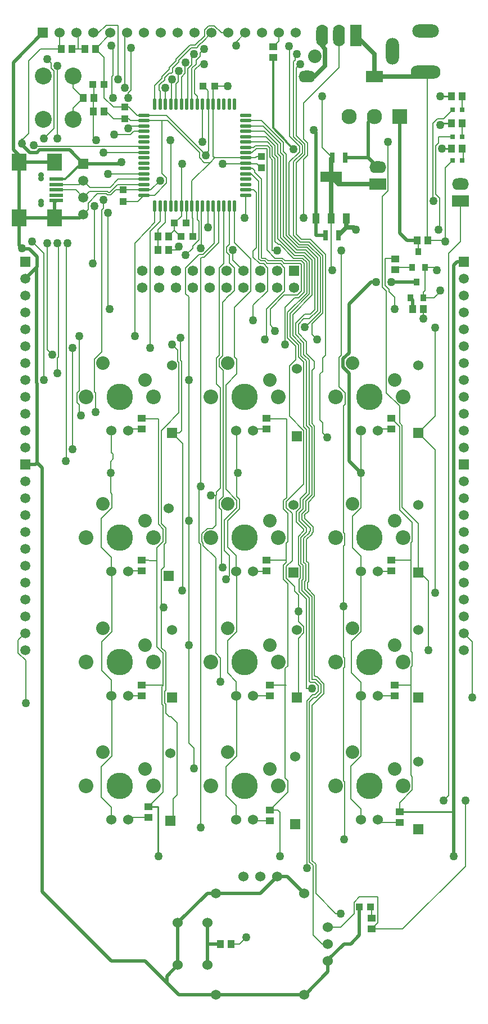
<source format=gtl>
%FSLAX25Y25*%
%MOIN*%
G70*
G01*
G75*
G04 Layer_Physical_Order=1*
G04 Layer_Color=255*
%ADD10R,0.03543X0.04331*%
%ADD11R,0.03900X0.05900*%
%ADD12R,0.12900X0.05900*%
%ADD13R,0.03937X0.05118*%
%ADD14R,0.03900X0.04300*%
%ADD15R,0.03150X0.03150*%
%ADD16R,0.08661X0.09843*%
%ADD17R,0.07874X0.01969*%
%ADD18O,0.02165X0.06890*%
%ADD19O,0.06890X0.02165*%
%ADD20R,0.03150X0.06299*%
%ADD21R,0.04300X0.03900*%
%ADD22R,0.05118X0.03937*%
%ADD23C,0.00800*%
%ADD24C,0.02000*%
%ADD25C,0.02500*%
%ADD26C,0.01000*%
%ADD27C,0.01200*%
%ADD28C,0.10000*%
%ADD29C,0.09055*%
%ADD30R,0.09055X0.09055*%
%ADD31O,0.17716X0.07874*%
%ADD32O,0.15748X0.07874*%
%ADD33O,0.07874X0.15748*%
%ADD34C,0.05906*%
%ADD35C,0.05906*%
%ADD36C,0.06000*%
%ADD37O,0.07000X0.13000*%
%ADD38C,0.08000*%
%ADD39R,0.07000X0.13000*%
%ADD40C,0.06200*%
%ADD41R,0.06200X0.06200*%
%ADD42R,0.05906X0.05906*%
%ADD43R,0.06000X0.06000*%
%ADD44C,0.03543*%
%ADD45R,0.10000X0.07000*%
%ADD46O,0.10000X0.07000*%
%ADD47C,0.08700*%
%ADD48C,0.15700*%
%ADD49R,0.10000X0.07000*%
%ADD50C,0.05000*%
D10*
X443500Y548500D02*
D03*
X450980D02*
D03*
X447240Y557791D02*
D03*
X444500Y566500D02*
D03*
X451980D02*
D03*
X448240Y575791D02*
D03*
D11*
X387500Y595500D02*
D03*
X405500D02*
D03*
X396500D02*
D03*
D12*
Y620300D02*
D03*
D13*
X330850Y166000D02*
D03*
X337150D02*
D03*
X293850Y577000D02*
D03*
X300150D02*
D03*
X447350Y582500D02*
D03*
X453650D02*
D03*
X300150Y585000D02*
D03*
X293850D02*
D03*
X467850Y637000D02*
D03*
X474150D02*
D03*
X467850Y652000D02*
D03*
X474150D02*
D03*
X467850Y668000D02*
D03*
X474150D02*
D03*
X451150Y542000D02*
D03*
X444850D02*
D03*
X255350Y659000D02*
D03*
X261650D02*
D03*
X255650Y667000D02*
D03*
X249350D02*
D03*
X242650Y696000D02*
D03*
X236350D02*
D03*
X256650D02*
D03*
X250350D02*
D03*
D14*
X419800Y188000D02*
D03*
X413100D02*
D03*
X255200Y675000D02*
D03*
X261900D02*
D03*
X327300Y674000D02*
D03*
X320600D02*
D03*
X310300Y593000D02*
D03*
X303600D02*
D03*
X314300Y585000D02*
D03*
X307600D02*
D03*
D15*
X468555Y660000D02*
D03*
X474067D02*
D03*
X468555Y630000D02*
D03*
X474067D02*
D03*
X468555Y644000D02*
D03*
X474067D02*
D03*
D16*
X232374Y629035D02*
D03*
X211508D02*
D03*
X232374Y595965D02*
D03*
X211508D02*
D03*
D17*
X233358Y606201D02*
D03*
Y609350D02*
D03*
Y612500D02*
D03*
Y615650D02*
D03*
Y618799D02*
D03*
D18*
X339122Y602882D02*
D03*
X335972D02*
D03*
X332823D02*
D03*
X329673D02*
D03*
X326524D02*
D03*
X323374D02*
D03*
X320224D02*
D03*
X317075D02*
D03*
X313925D02*
D03*
X310776D02*
D03*
X307626D02*
D03*
X304476D02*
D03*
X301327D02*
D03*
X298177D02*
D03*
X295028D02*
D03*
X291878D02*
D03*
Y663118D02*
D03*
X295028D02*
D03*
X298177D02*
D03*
X301327D02*
D03*
X304476D02*
D03*
X307626D02*
D03*
X310776D02*
D03*
X313925D02*
D03*
X317075D02*
D03*
X320224D02*
D03*
X323374D02*
D03*
X326524D02*
D03*
X329673D02*
D03*
X332823D02*
D03*
X335972D02*
D03*
X339122D02*
D03*
D19*
X285382Y609378D02*
D03*
Y612528D02*
D03*
Y615677D02*
D03*
Y618827D02*
D03*
Y621976D02*
D03*
Y625126D02*
D03*
Y628276D02*
D03*
Y631425D02*
D03*
Y634575D02*
D03*
Y637724D02*
D03*
Y640874D02*
D03*
Y644024D02*
D03*
Y647173D02*
D03*
Y650323D02*
D03*
Y653472D02*
D03*
Y656622D02*
D03*
X345618D02*
D03*
Y653472D02*
D03*
Y650323D02*
D03*
Y647173D02*
D03*
Y644024D02*
D03*
Y640874D02*
D03*
Y637724D02*
D03*
Y634575D02*
D03*
Y631425D02*
D03*
Y628276D02*
D03*
Y625126D02*
D03*
Y621976D02*
D03*
Y618827D02*
D03*
Y615677D02*
D03*
Y612528D02*
D03*
Y609378D02*
D03*
D20*
X404937Y631500D02*
D03*
X397063D02*
D03*
X393063Y585500D02*
D03*
X400937D02*
D03*
D21*
X273000Y605700D02*
D03*
Y612400D02*
D03*
X274000Y654700D02*
D03*
Y661400D02*
D03*
X355000Y632300D02*
D03*
Y625600D02*
D03*
D22*
X434500Y571650D02*
D03*
Y565350D02*
D03*
X288000Y247150D02*
D03*
Y240850D02*
D03*
X360000Y245150D02*
D03*
Y238850D02*
D03*
X437000Y244150D02*
D03*
Y237850D02*
D03*
X284000Y319150D02*
D03*
Y312850D02*
D03*
X360000Y319150D02*
D03*
Y312850D02*
D03*
X284000Y393150D02*
D03*
Y386850D02*
D03*
X434000Y319150D02*
D03*
Y312850D02*
D03*
X358000Y393150D02*
D03*
Y386850D02*
D03*
X432000Y393150D02*
D03*
Y386850D02*
D03*
X284000Y477150D02*
D03*
Y470850D02*
D03*
X358000Y477150D02*
D03*
Y470850D02*
D03*
X432000Y477150D02*
D03*
Y470850D02*
D03*
X362000Y697150D02*
D03*
Y690850D02*
D03*
X420500Y181150D02*
D03*
Y174850D02*
D03*
D23*
X408000Y271146D02*
X414200Y277346D01*
X408000Y252000D02*
Y271146D01*
Y252000D02*
X414000Y246000D01*
Y239500D02*
Y246000D01*
X260500Y344896D02*
X266450Y350846D01*
X260500Y328000D02*
Y344896D01*
Y328000D02*
X266250Y322250D01*
Y313000D02*
Y322250D01*
X335000Y345396D02*
X340450Y350846D01*
X335000Y326500D02*
Y345396D01*
Y326500D02*
X340250Y321250D01*
Y313000D02*
Y321250D01*
X408500Y345146D02*
X414200Y350846D01*
X408500Y326500D02*
Y345146D01*
Y326500D02*
X414000Y321000D01*
Y313000D02*
Y321000D01*
X409000Y419146D02*
X414200Y424346D01*
X409000Y400500D02*
Y419146D01*
Y400500D02*
X414000Y395500D01*
Y386500D02*
Y395500D01*
X335000Y416633D02*
X342050Y423683D01*
X335000Y401000D02*
Y416633D01*
Y401000D02*
X340250Y395750D01*
X333100Y416996D02*
X340450Y424346D01*
X333100Y398900D02*
Y416996D01*
Y398900D02*
X336050Y395950D01*
X330050Y424346D02*
X331500Y422896D01*
Y390300D02*
Y422896D01*
Y390300D02*
X332400Y389400D01*
X320600Y402000D02*
Y403301D01*
X319700Y404201D02*
X320600Y403301D01*
X319700Y404201D02*
Y408799D01*
X320600Y402000D02*
X328100Y394500D01*
X328000Y338099D02*
Y394500D01*
X328100D01*
X328000Y338099D02*
X330800Y335299D01*
X328000Y414000D02*
Y431500D01*
X328450Y431950D01*
Y433450D01*
X330800Y435800D01*
X326050Y412050D02*
X328000Y414000D01*
X318100Y436100D02*
X319000Y437000D01*
X318100Y403538D02*
X319000Y402638D01*
X318100Y403538D02*
Y436100D01*
X319700Y408799D02*
X322951Y412050D01*
X326050D01*
X319000Y235000D02*
Y402638D01*
X336050Y384050D02*
Y395950D01*
X340250Y386500D02*
Y395750D01*
X260000Y417896D02*
X266450Y424346D01*
X260000Y401000D02*
Y417896D01*
Y401000D02*
X266250Y394750D01*
Y386500D02*
Y394750D01*
X334000Y497000D02*
X340450Y503450D01*
X334000Y435104D02*
Y497000D01*
Y435104D02*
X340450Y428654D01*
X330800Y435800D02*
Y495200D01*
X328450Y497550D02*
X330800Y495200D01*
X328450Y497550D02*
Y512817D01*
X340450Y503450D02*
Y512154D01*
X334000Y270896D02*
X340450Y277346D01*
X334000Y254000D02*
Y270896D01*
Y254000D02*
X340250Y247750D01*
Y239500D02*
Y247750D01*
X266250Y239500D02*
Y246750D01*
X260000Y253000D02*
X266250Y246750D01*
X260000Y253000D02*
Y270896D01*
X266450Y277346D01*
X420500Y174850D02*
X424259Y178609D01*
Y183615D01*
X424050Y183824D02*
X424259Y183615D01*
X424050Y183824D02*
Y193950D01*
X413253D02*
X424050D01*
X409950Y190647D02*
X413253Y193950D01*
X409950Y183950D02*
Y190647D01*
X402000Y176000D02*
X409950Y183950D01*
X394500Y176000D02*
X402000D01*
X265700Y445000D02*
Y451667D01*
Y433067D02*
Y445000D01*
X310200Y573800D02*
X314300Y577900D01*
X255350Y643650D02*
Y659000D01*
X301327Y602882D02*
Y641673D01*
X334300Y575467D02*
Y578533D01*
X332700Y574805D02*
Y602759D01*
X334300Y575467D02*
X335972Y573795D01*
X334300Y578533D02*
X335972Y580205D01*
X332700Y574805D02*
X332823Y574682D01*
X332700Y602759D02*
X332823Y602882D01*
X335972Y580205D02*
Y602882D01*
Y569109D02*
Y573795D01*
X332823Y568904D02*
Y574682D01*
X329673Y581178D02*
Y602882D01*
X321195Y572700D02*
X329673Y581178D01*
X327074Y580841D02*
Y602331D01*
X320533Y574300D02*
X327074Y580841D01*
X339122Y581110D02*
Y602882D01*
Y581110D02*
X348800Y571433D01*
X338000Y571000D02*
Y577000D01*
Y571000D02*
X344500Y564500D01*
X348800Y552719D02*
Y571433D01*
X335972Y569109D02*
X339000Y566081D01*
X319600Y578600D02*
Y602257D01*
X318000Y582903D02*
Y594000D01*
X314300Y579203D02*
X318000Y582903D01*
X314300Y577900D02*
Y579203D01*
X319000Y578000D02*
X319600Y578600D01*
X319700Y572700D02*
X321195D01*
X319000Y572000D02*
X319700Y572700D01*
X318219Y574300D02*
X320533D01*
X310200Y566281D02*
X318219Y574300D01*
X319600Y602257D02*
X320224Y602882D01*
X317075Y594925D02*
Y602882D01*
Y594925D02*
X318000Y594000D01*
X345618Y595618D02*
Y609378D01*
X401000Y685000D02*
Y704000D01*
X380000Y664000D02*
X401000Y685000D01*
X375800Y586272D02*
X378872Y583200D01*
X375800Y684800D02*
X378000Y687000D01*
X374200Y585609D02*
X378209Y581600D01*
X374200Y688433D02*
X375000Y689233D01*
X345236Y596000D02*
X345618Y595618D01*
X264000Y543000D02*
X265000Y542000D01*
X264000Y543000D02*
Y599000D01*
X266000Y698000D02*
X267000Y697000D01*
X266300Y667700D02*
Y679533D01*
Y667700D02*
X267000Y667000D01*
Y680233D02*
Y697000D01*
X266300Y679533D02*
X267000Y680233D01*
X267700Y645300D02*
X277533D01*
X279406Y647173D01*
X285382D01*
X340000Y699900D02*
X345500Y705400D01*
X340000Y698000D02*
Y699900D01*
X277700Y671467D02*
Y696700D01*
X276000Y669767D02*
X277700Y671467D01*
X276000Y667000D02*
Y669767D01*
X307626Y663118D02*
Y679393D01*
X294300Y671467D02*
X295028Y670740D01*
Y663118D02*
Y670740D01*
X277323Y650323D02*
X285382D01*
X382300Y376467D02*
X386600Y372167D01*
X369759Y585525D02*
X376884Y578400D01*
X387300Y195850D02*
Y213195D01*
X385200Y215295D02*
X387300Y213195D01*
X385200Y215295D02*
Y307200D01*
X392100Y314100D01*
X383600Y214633D02*
Y309337D01*
X382000Y211000D02*
Y310000D01*
X383600Y309337D02*
X386163Y311900D01*
X383600Y214633D02*
X385700Y212533D01*
X382000Y310000D02*
X385500Y313500D01*
X392100Y314100D02*
Y320058D01*
X388058Y324100D02*
X392100Y320058D01*
X387500Y324100D02*
X388058D01*
X386600Y325000D02*
X387500Y324100D01*
X386600Y325000D02*
Y372167D01*
X385000Y322500D02*
X387395D01*
X386733Y320900D02*
X388900Y318733D01*
X384100Y320900D02*
X386733D01*
X387395Y322500D02*
X390500Y319395D01*
X383400Y321600D02*
X384100Y320900D01*
X377000Y390697D02*
Y407388D01*
X378600Y391360D02*
Y406726D01*
X380200Y392022D02*
Y406063D01*
X373300Y392997D02*
Y420760D01*
X377500Y374479D02*
X381800Y370179D01*
X377500Y374479D02*
Y381803D01*
X378200Y382503D01*
X379100Y375142D02*
X383400Y370842D01*
X379100Y375142D02*
Y381140D01*
X379800Y381840D01*
X369800Y382503D02*
X374900Y377403D01*
X369800Y389497D02*
X373300Y392997D01*
X374900Y374816D02*
Y377403D01*
X380700Y375805D02*
X385000Y371505D01*
Y322500D02*
Y371505D01*
X380700Y375805D02*
Y380477D01*
X381400Y381177D01*
X383400Y321600D02*
Y370842D01*
X377000Y390697D02*
X378200Y389497D01*
X382300Y376467D02*
Y379815D01*
X383000Y380515D01*
X381800Y392685D02*
Y405400D01*
Y317200D02*
Y370179D01*
X383000Y380515D02*
Y391485D01*
X381800Y392685D02*
X383000Y391485D01*
X381400Y381177D02*
Y390823D01*
X380200Y392022D02*
X381400Y390823D01*
X379800Y381840D02*
Y390160D01*
X378600Y391360D02*
X379800Y390160D01*
X378200Y382503D02*
Y389497D01*
X369800Y382503D02*
Y389497D01*
X381800Y405400D02*
X385000Y408600D01*
Y409074D01*
X381800Y409926D02*
Y412179D01*
X377000Y407388D02*
X380200Y410588D01*
Y411516D01*
X378600Y406726D02*
X381800Y409926D01*
X380200Y406063D02*
X383400Y409263D01*
Y409737D01*
X385000Y409074D02*
X385690Y409764D01*
Y412815D01*
X380700Y417805D02*
X385690Y412815D01*
X383400Y409737D02*
X384090Y410427D01*
Y412152D01*
X375809Y415907D02*
Y421870D01*
X377409Y416570D02*
Y421207D01*
X379009Y417233D02*
Y420544D01*
Y417233D02*
X384090Y412152D01*
X377409Y416570D02*
X381800Y412179D01*
X375809Y415907D02*
X380200Y411516D01*
X380700Y417805D02*
Y419791D01*
X380609Y419881D02*
X380700Y419791D01*
X369800Y424260D02*
X373300Y420760D01*
X375809Y421870D02*
X378200Y424260D01*
X377409Y421207D02*
X379800Y423598D01*
X379009Y420544D02*
X381400Y422935D01*
X380609Y419881D02*
X383000Y422272D01*
Y427600D01*
X381400Y422935D02*
Y428263D01*
X379800Y423598D02*
Y428926D01*
X378200Y424260D02*
Y429588D01*
X369800Y424260D02*
Y427740D01*
X380200Y438140D01*
X370000Y430202D02*
Y477000D01*
X368200Y428402D02*
X370000Y430202D01*
X368200Y423598D02*
Y428402D01*
Y423598D02*
X370800Y420998D01*
Y404201D02*
Y420998D01*
X381400Y428263D02*
X385000Y431863D01*
X379800Y428926D02*
X383400Y432525D01*
X383000Y427600D02*
X386600Y431200D01*
X378200Y429588D02*
X381800Y433188D01*
Y470660D01*
X383400Y432525D02*
Y471322D01*
X385000Y431863D02*
Y471985D01*
X386600Y431200D02*
Y472648D01*
X380200Y438140D02*
Y469997D01*
X391400Y468600D02*
Y474636D01*
Y468600D02*
X394000Y466000D01*
X383400Y473585D02*
Y511828D01*
X381800Y472923D02*
Y511165D01*
X380200Y472260D02*
Y510502D01*
X371800Y478397D02*
X380200Y469997D01*
X371800Y478397D02*
Y508240D01*
X389800Y476236D02*
Y503412D01*
Y476236D02*
X391400Y474636D01*
X385000Y474248D02*
X386600Y472648D01*
X385000Y474248D02*
Y505400D01*
X383400Y473585D02*
X385000Y471985D01*
X381800Y472923D02*
X383400Y471322D01*
X380200Y472260D02*
X381800Y470660D01*
X385000Y505400D02*
X386600Y507000D01*
Y510891D01*
X389800Y503412D02*
X391400Y505012D01*
Y512879D01*
X368544Y568800D02*
X378097D01*
X371550Y585996D02*
X377546Y580000D01*
X366133Y580100D02*
X374233Y572000D01*
X379422D01*
X364800Y583695D02*
X374895Y573600D01*
X380085D01*
X366400Y584358D02*
X375558Y575200D01*
X380748D01*
X368000Y585021D02*
X376221Y576800D01*
X381411D01*
X376884Y578400D02*
X382073D01*
X377546Y580000D02*
X382736D01*
X378209Y581600D02*
X383399D01*
X369207Y570400D02*
X378760D01*
X365100Y580100D02*
X366133D01*
X363200Y582000D02*
X365100Y580100D01*
X345618Y653472D02*
X355104D01*
X386163Y311900D02*
X387395D01*
X390500Y315005D01*
Y319395D01*
X385500Y313500D02*
X386733D01*
X345618Y650323D02*
X355991D01*
X345618Y647173D02*
X356878D01*
X386733Y313500D02*
X388900Y315667D01*
Y318733D01*
X381800Y317200D02*
X385200D01*
X368200Y381840D02*
X370800Y379240D01*
Y330701D02*
Y379240D01*
X369800Y391760D02*
Y393000D01*
X368200Y390160D02*
X369800Y391760D01*
X368200Y381840D02*
Y390160D01*
X320000Y641000D02*
X320224Y641224D01*
Y663118D01*
X430000Y641000D02*
X430200Y640800D01*
Y612003D02*
Y640800D01*
X437000Y474412D02*
X438600Y472812D01*
Y424400D02*
Y472812D01*
Y424400D02*
X448000Y415000D01*
Y386000D02*
Y415000D01*
X454000Y340000D02*
Y381000D01*
X449000Y386000D02*
X454000Y381000D01*
X448000Y386000D02*
X449000D01*
X375000Y689233D02*
Y693000D01*
X315525Y669475D02*
Y683475D01*
X316350Y689118D02*
X318700Y691467D01*
X316350Y686855D02*
Y689118D01*
X319050Y687000D02*
X321000D01*
X315525Y683475D02*
X319050Y687000D01*
X318700Y691467D02*
Y693700D01*
X313925Y684430D02*
X316350Y686855D01*
X315525Y669475D02*
X317075Y667925D01*
Y663118D02*
Y667925D01*
X375000Y693000D02*
X376000D01*
X319137Y701300D02*
X321300Y703463D01*
X318805Y701300D02*
X319137D01*
X315805Y698300D02*
X318805Y701300D01*
X312805Y698300D02*
X315805D01*
X319800Y699700D02*
X325500Y705400D01*
X319467Y699700D02*
X319800D01*
X317300Y697533D02*
X319467Y699700D01*
X317300Y697200D02*
Y697533D01*
X316800Y696700D02*
X317300Y697200D01*
X318700Y693700D02*
X321000Y696000D01*
X313925Y663118D02*
Y684430D01*
X304400Y689895D02*
X312805Y698300D01*
X306000Y689233D02*
X313467Y696700D01*
X316800D01*
X311300Y684067D02*
X313700Y686467D01*
X311300Y663643D02*
Y684067D01*
X310776Y663118D02*
X311300Y663643D01*
X313700Y686467D02*
Y691700D01*
X315000Y693000D01*
X306000Y688233D02*
Y689233D01*
X304400Y688895D02*
Y689895D01*
X309700Y681467D02*
Y687700D01*
X307626Y679393D02*
X309700Y681467D01*
X302300Y684533D02*
X306000Y688233D01*
X302300Y682200D02*
Y684533D01*
X300400Y684895D02*
X304400Y688895D01*
X300400Y683895D02*
Y684895D01*
X296027Y679522D02*
X300400Y683895D01*
X296027Y678522D02*
Y679522D01*
X305700Y676467D02*
Y682700D01*
X304476Y675244D02*
X305700Y676467D01*
X304476Y663118D02*
Y675244D01*
X270000Y678000D02*
Y710000D01*
X309700Y687700D02*
X310000Y688000D01*
X301800Y681700D02*
X302300Y682200D01*
X305700Y682700D02*
X306000Y683000D01*
X284832Y638275D02*
X285382Y637724D01*
X256050Y493049D02*
Y512154D01*
Y493049D02*
X256800Y492299D01*
X245700Y486401D02*
X247000Y485101D01*
X245700Y486401D02*
Y492299D01*
X247000Y493599D01*
Y526000D01*
X280000D02*
Y581000D01*
X287400Y588400D01*
Y588663D01*
X291878Y593141D01*
Y602882D01*
X243000Y459000D02*
Y519000D01*
X239300Y461700D02*
Y580300D01*
X240000Y581000D01*
X289000Y588000D02*
X295028Y594028D01*
Y602882D01*
X303600Y593000D02*
X307626Y597026D01*
Y602882D01*
X330050Y424346D02*
Y428654D01*
X332400Y431004D01*
Y505496D01*
X330050Y507846D02*
X332400Y505496D01*
X330050Y512154D02*
X332000Y514104D01*
X330200Y514567D02*
Y566281D01*
X328450Y512817D02*
X330200Y514567D01*
X330050Y507846D02*
Y512154D01*
X332000Y514104D02*
Y546000D01*
X336200Y550200D01*
X336281D02*
X339000Y552919D01*
Y566081D01*
X339122Y543041D02*
X348800Y552719D01*
X339122Y513482D02*
Y543041D01*
X350200Y572618D02*
Y576281D01*
Y572618D02*
X354018Y568800D01*
X356281D01*
X358800Y552719D02*
Y566281D01*
X350200Y544119D02*
X358800Y552719D01*
X350200Y535200D02*
Y544119D01*
X353600Y571481D02*
X354681Y570400D01*
X356944D01*
X358544Y568800D02*
X366281D01*
X368800Y552719D02*
Y566281D01*
X358000Y541919D02*
X368800Y552719D01*
X356944Y570400D02*
X358544Y568800D01*
X358000Y525000D02*
Y541919D01*
X359207Y570400D02*
X366944D01*
X357607Y572000D02*
X359207Y570400D01*
X355200Y572144D02*
X355344Y572000D01*
X357607D01*
X360400Y542056D02*
X368544Y550200D01*
X366944Y570400D02*
X368544Y568800D01*
X360400Y532600D02*
Y542056D01*
X367607Y572000D02*
X369207Y570400D01*
X363081Y572000D02*
X367607D01*
X366281Y568800D02*
X368800Y566281D01*
X356281Y568800D02*
X358800Y566281D01*
X330800Y320200D02*
Y321200D01*
Y335299D01*
X330200Y566281D02*
X332823Y568904D01*
X312000Y500000D02*
Y549119D01*
Y416500D02*
Y500000D01*
Y343000D02*
Y416500D01*
X315000Y270000D02*
Y282000D01*
X312000Y285000D02*
X315000Y282000D01*
X305200Y254333D02*
Y296800D01*
X296800Y255950D02*
Y307240D01*
X312000Y285000D02*
Y343000D01*
X308300Y414967D02*
Y418533D01*
Y414967D02*
X308400Y414867D01*
Y375200D02*
Y414867D01*
Y418633D02*
Y462100D01*
X308300Y418533D02*
X308400Y418633D01*
X310200Y550919D02*
X312000Y549119D01*
X310200Y550919D02*
Y566281D01*
X326524Y602882D02*
X327074Y602331D01*
X323374Y590374D02*
Y602882D01*
X339122Y513482D02*
X340450Y512154D01*
Y430917D02*
X342050Y429317D01*
Y423683D02*
Y429317D01*
X340450Y424346D02*
Y428654D01*
X345618Y644024D02*
X357765D01*
X403800Y401501D02*
X404550Y402251D01*
Y408799D01*
X403800Y409549D02*
X404550Y408799D01*
X403800Y409549D02*
Y484501D01*
X404800Y485501D01*
Y492299D01*
X361600Y576400D02*
X364600D01*
X345618Y637724D02*
X350462D01*
X298400Y316097D02*
Y338762D01*
X297400Y402538D02*
X298400Y403538D01*
X295800Y469800D02*
X297800Y471800D01*
X306200Y480397D02*
Y510240D01*
X302000Y521000D02*
X305400Y517600D01*
X300500Y300500D02*
X301500D01*
X298400Y302600D02*
X300500Y300500D01*
X296200Y307840D02*
Y318400D01*
X296800Y319000D01*
X296200Y307840D02*
X296800Y307240D01*
X298400Y302600D02*
Y307903D01*
X297800Y308503D02*
X298400Y307903D01*
X297800Y308503D02*
Y315497D01*
X298400Y316097D01*
X295800Y387497D02*
X297400Y389097D01*
Y402538D01*
X296800Y404201D02*
Y411599D01*
X294000Y414399D02*
X296800Y411599D01*
X294000Y414399D02*
Y477000D01*
X295800Y414862D02*
X298400Y412262D01*
X295800Y414862D02*
Y469800D01*
X298400Y403538D02*
Y412262D01*
X297800Y471800D02*
Y471997D01*
X306200Y480397D01*
X306500Y468500D02*
X307800Y469800D01*
X302000Y468500D02*
X306500D01*
X307800Y469800D02*
Y510902D01*
X307000Y511702D02*
Y525000D01*
Y511702D02*
X307800Y510902D01*
X305400Y511040D02*
X306200Y510240D01*
X305400Y511040D02*
Y517600D01*
X360400Y532600D02*
X363000Y529000D01*
X448000Y468500D02*
X458000Y478500D01*
Y531000D01*
X351000Y623000D02*
Y624000D01*
X349874Y625126D02*
X351000Y624000D01*
X345618Y625126D02*
X349874D01*
X302000Y468500D02*
X308400Y462100D01*
X345618Y621976D02*
X349024D01*
X345618Y612528D02*
X350472D01*
X345618Y628276D02*
X345894Y628000D01*
X352600D01*
X355000Y625600D01*
X320600Y674000D02*
X323374Y671226D01*
Y663118D02*
Y671226D01*
X263000Y710000D02*
X270000D01*
X258400Y705400D02*
X263000Y710000D01*
X255500Y705400D02*
X258400D01*
X256650Y696000D02*
X265500Y704850D01*
Y705400D01*
X298000Y663295D02*
Y673000D01*
X301700Y663491D02*
Y677700D01*
X291878Y674373D02*
X296027Y678522D01*
X296467Y676700D02*
X296800D01*
X294300Y674533D02*
X296467Y676700D01*
X294300Y671467D02*
Y674533D01*
X291878Y663118D02*
Y674373D01*
X300467Y681700D02*
X301800D01*
X297627Y678859D02*
X300467Y681700D01*
X297627Y677527D02*
Y678859D01*
X296800Y676700D02*
X297627Y677527D01*
X301700Y677700D02*
X302000Y678000D01*
X301327Y663118D02*
X301700Y663491D01*
X298000Y663295D02*
X298177Y663118D01*
X274000Y673000D02*
Y703900D01*
X275500Y705400D01*
X233358Y615650D02*
X247150D01*
X249500Y618000D01*
X233358Y612500D02*
X245000D01*
X249500Y608000D01*
X313925Y602882D02*
X314000Y602807D01*
Y596000D02*
Y602807D01*
Y596000D02*
X314300Y595700D01*
Y585000D02*
Y595700D01*
X266250Y456983D02*
Y470000D01*
X265700Y451667D02*
X267100Y453067D01*
X266450Y424346D02*
Y432317D01*
X265700Y433067D02*
X266450Y432317D01*
X266250Y456983D02*
X267100Y456133D01*
Y453067D02*
Y456133D01*
X266250Y386500D02*
X266450Y386300D01*
Y350846D02*
Y386300D01*
X266250Y313000D02*
X266450Y312800D01*
Y277346D02*
Y312800D01*
X340250Y386500D02*
X340450Y386300D01*
X340250Y313000D02*
X340450Y312800D01*
Y277346D02*
Y312800D01*
X414200Y469950D02*
X414250Y470000D01*
X414000Y386500D02*
X414200Y386300D01*
Y350846D02*
Y386300D01*
X414000Y313000D02*
X414200Y312800D01*
Y277346D02*
Y312800D01*
X301000Y239000D02*
X302850Y240850D01*
Y251983D02*
X305200Y254333D01*
X302850Y240850D02*
Y251983D01*
X301500Y300500D02*
X305200Y296800D01*
X443800Y339300D02*
Y403451D01*
Y339300D02*
X444550Y338550D01*
X443800Y403451D02*
X444550Y404201D01*
X369200Y329101D02*
X370800Y330701D01*
X369200Y264199D02*
X370800Y262599D01*
X369200Y264199D02*
Y329101D01*
X444550Y257201D02*
Y265050D01*
X360000Y319150D02*
X369850D01*
X369800Y393000D02*
Y403201D01*
X369650Y393150D02*
X369800Y393000D01*
X358000Y393150D02*
X369650D01*
X284000D02*
X293000Y393000D01*
X296800Y319000D02*
Y338099D01*
X296650Y319150D02*
X296800Y319000D01*
X284000Y319150D02*
X296650D01*
X284000Y477150D02*
X284150Y477000D01*
X294000D01*
X288000Y247150D02*
X296800Y255950D01*
X358000Y477150D02*
X358150Y477000D01*
X370000D01*
X369800Y403201D02*
X370800Y404201D01*
Y255950D02*
Y262599D01*
X360000Y245150D02*
X370800Y255950D01*
X432000Y393150D02*
X443650D01*
X443800Y319000D02*
Y329951D01*
Y265800D02*
Y319000D01*
X443650Y319150D02*
X443800Y319000D01*
X434000Y319150D02*
X443650D01*
X432000Y477150D02*
X437000Y472150D01*
Y423054D02*
X444550Y415504D01*
Y404201D02*
Y415504D01*
X437000Y423054D02*
Y472150D01*
X444550Y330701D02*
Y338550D01*
X443800Y329951D02*
X444550Y330701D01*
X443800Y265800D02*
X444550Y265050D01*
X437000Y249651D02*
X444550Y257201D01*
X437000Y244150D02*
Y249651D01*
X243400Y661050D02*
X249350Y667000D01*
X243400Y654200D02*
Y661050D01*
Y672950D02*
Y679800D01*
Y672950D02*
X249350Y667000D01*
X267300Y654700D02*
X276300D01*
X277528Y653472D02*
X285382D01*
X276300Y654700D02*
X277528Y653472D01*
X263000Y659000D02*
X267300Y654700D01*
X261650Y659000D02*
X263000D01*
X255200Y675000D02*
X255650Y674550D01*
Y667000D02*
Y674550D01*
X255350Y666701D02*
X255650Y667000D01*
X255350Y659000D02*
Y666701D01*
X273000Y612400D02*
X285254D01*
X285382Y612528D01*
X273000Y605700D02*
X281704D01*
X285382Y609378D01*
X326524Y673224D02*
X327300Y674000D01*
X326524Y663118D02*
Y673224D01*
X331440Y705400D02*
X335500D01*
X327240Y709600D02*
X331440Y705400D01*
X323760Y709600D02*
X327240D01*
X321300Y707140D02*
X323760Y709600D01*
X321300Y703463D02*
Y707140D01*
X365500Y700650D02*
Y705400D01*
X245500D02*
X246500Y704400D01*
Y696000D02*
Y704400D01*
Y696000D02*
X250350D01*
X242650D02*
X246500D01*
X235500Y696850D02*
X236350Y696000D01*
X235500Y696850D02*
Y705400D01*
X303600Y588450D02*
X307050Y585000D01*
X307600D01*
X303600Y588450D02*
Y593000D01*
X300150Y585000D02*
X303600Y588450D01*
X293850Y585000D02*
Y588850D01*
X298177Y593177D01*
Y602882D01*
X310776Y593476D02*
Y602882D01*
X310300Y593000D02*
X310776Y593476D01*
X293850Y585000D02*
X293850Y585000D01*
Y577000D02*
Y585000D01*
X276250Y470000D02*
X277100Y470850D01*
X284000D01*
X350250Y470000D02*
X351100Y470850D01*
X358000D01*
X424250Y470000D02*
X425100Y470850D01*
X432000D01*
X424000Y313000D02*
X424150Y312850D01*
X434000D01*
X350250Y313000D02*
X350400Y312850D01*
X360000D01*
X283850Y313000D02*
X284000Y312850D01*
X276250Y313000D02*
X283850D01*
X419800Y188000D02*
X420500Y187300D01*
Y181150D02*
Y187300D01*
X424000Y239500D02*
X425650Y237850D01*
X437000D01*
X350250Y239500D02*
X350900Y238850D01*
X360000D01*
X276250Y239500D02*
X277600Y240850D01*
X288000D01*
X276250Y386500D02*
X276600Y386850D01*
X284000D01*
X357650Y386500D02*
X358000Y386850D01*
X350250Y386500D02*
X357650D01*
X431650D02*
X432000Y386850D01*
X424000Y386500D02*
X431650D01*
X442650Y549350D02*
X443500Y548500D01*
X434500Y565350D02*
X435650Y566500D01*
X447350Y582500D02*
X448240Y581610D01*
Y575791D02*
Y581610D01*
X474150Y637000D02*
X474933Y636216D01*
Y630000D02*
Y636216D01*
X474150Y660783D02*
X474933Y660000D01*
X474150Y644783D02*
X474933Y644000D01*
X474150Y644783D02*
Y652000D01*
Y660783D02*
Y668000D01*
X475000Y350000D02*
X480000Y345000D01*
Y312000D02*
Y345000D01*
X210847Y338280D02*
X215400Y333727D01*
X210847Y345847D02*
X215000Y350000D01*
X215400Y308600D02*
Y333727D01*
X210847Y338280D02*
Y345847D01*
X340450Y350846D02*
Y386300D01*
X295800Y341362D02*
Y387497D01*
Y341362D02*
X298400Y338762D01*
X334000Y382000D02*
X336050Y384050D01*
X362000Y529699D02*
X363000Y529000D01*
X357000Y524000D02*
X358000Y525000D01*
X362000Y529699D02*
X362699Y529000D01*
X363000D01*
X376000Y312000D02*
X377000Y313000D01*
X374900Y374816D02*
X377000Y372716D01*
X380200Y350260D02*
Y353740D01*
X377000Y356940D02*
Y372716D01*
Y313000D02*
Y347060D01*
X380200Y350260D01*
X377000Y356940D02*
X380200Y353740D01*
X403800Y366000D02*
Y401501D01*
X404100Y228000D02*
X404550Y227550D01*
X448000Y468500D02*
X458000Y458500D01*
Y374000D02*
Y458500D01*
X325000Y431700D02*
X328150D01*
X319000Y437000D02*
Y572000D01*
X247000Y478000D02*
Y485101D01*
Y478000D02*
X248000Y479000D01*
X256800Y481000D02*
Y492299D01*
X228000Y518000D02*
X231000Y515000D01*
X234000Y512767D02*
X234700Y513467D01*
Y580300D01*
X234000Y504000D02*
Y512767D01*
X380962Y531299D02*
X390000Y540337D01*
X376281Y550200D02*
X378800Y552719D01*
X368544Y550200D02*
X376281D01*
X374681Y548600D02*
X376944D01*
X380400Y552056D01*
X381800Y515691D02*
X386600Y510891D01*
X380200Y515028D02*
X383400Y511828D01*
X385000Y527000D02*
Y533075D01*
X391600Y539675D01*
X383485Y536085D02*
X388400Y541000D01*
X384106Y538969D02*
X386800Y541663D01*
X376969Y532832D02*
X380222Y536085D01*
X383485D01*
X375369Y533495D02*
X380843Y538969D01*
X384106D01*
X373769Y538637D02*
X385200Y550068D01*
X372169Y539299D02*
X383600Y550731D01*
X370569Y539962D02*
X382000Y551393D01*
X368969Y542887D02*
X374681Y548600D01*
X451150Y536150D02*
Y542000D01*
X437000Y474412D02*
Y484401D01*
X401250Y513314D02*
X402600Y514664D01*
X401250Y495849D02*
Y513314D01*
Y495849D02*
X404800Y492299D01*
X340450Y430917D02*
Y469800D01*
X414200Y424346D02*
Y469950D01*
X215000Y460000D02*
X216700Y461700D01*
X391400Y512879D02*
X393200Y514679D01*
X385000Y527000D02*
X388000Y524000D01*
X376969Y527536D02*
Y532832D01*
X371800Y508240D02*
X375400Y511840D01*
X377000Y513702D02*
X380200Y510502D01*
X378600Y514365D02*
X381800Y511165D01*
X375369Y526873D02*
Y533495D01*
X368969Y521031D02*
Y542887D01*
Y521031D02*
X369000Y521000D01*
X370569Y524885D02*
Y539962D01*
X372169Y525548D02*
Y539299D01*
X373769Y526211D02*
Y538637D01*
X381800Y515691D02*
Y522705D01*
X370569Y524885D02*
X375400Y520054D01*
Y511840D02*
Y520054D01*
X372169Y525548D02*
X377000Y520716D01*
Y513702D02*
Y520716D01*
X373769Y526211D02*
X378600Y521379D01*
Y514365D02*
Y521379D01*
X375369Y526873D02*
X380200Y522042D01*
Y515028D02*
Y522042D01*
X376969Y527536D02*
X381800Y522705D01*
X429050Y492351D02*
X437000Y484401D01*
X434000Y542000D02*
Y549000D01*
X430650Y552350D02*
X434000Y549000D01*
X429050Y492351D02*
Y552491D01*
X430650Y552350D02*
Y553455D01*
X428300Y555805D02*
X430650Y553455D01*
X426700Y554841D02*
X429050Y552491D01*
X428300Y572000D02*
X434150D01*
X434500Y571650D01*
X428300Y555805D02*
Y572000D01*
X453650Y582500D02*
X463500D01*
X362000Y697150D02*
X365500Y700650D01*
X435650Y566500D02*
X444500D01*
X426700Y608503D02*
X430200Y612003D01*
X426700Y554841D02*
Y608503D01*
X360000Y245150D02*
X364850D01*
X366000Y244000D01*
Y218000D02*
Y244000D01*
X224000Y696000D02*
X236350D01*
X217000Y689000D02*
X224000Y696000D01*
X217000Y646000D02*
Y689000D01*
X371550Y697370D02*
X371736Y697184D01*
X355104Y653472D02*
X367950Y640626D01*
X380000Y642585D02*
Y664000D01*
X375800Y644523D02*
Y684800D01*
X374200Y643860D02*
Y688433D01*
X371736Y644061D02*
Y697184D01*
X345618Y634575D02*
X349575D01*
X350462Y637724D02*
X351337Y638600D01*
X345618Y631425D02*
X351425D01*
X349575Y634575D02*
X352000Y637000D01*
X350200Y576281D02*
X352000Y578081D01*
Y611000D01*
X350472Y612528D02*
X352000Y611000D01*
X349024Y621976D02*
X353600Y617400D01*
Y571481D02*
Y617400D01*
X351000Y623000D02*
X355200Y618800D01*
Y572144D02*
Y618800D01*
X351425Y631425D02*
X352300Y632300D01*
X355000D01*
X351337Y638600D02*
X358663D01*
X345618Y640874D02*
X358651D01*
X355991Y650323D02*
X366350Y639963D01*
X358350Y576731D02*
X363081Y572000D01*
X352000Y637000D02*
X358000D01*
X358350Y636650D01*
Y576731D02*
Y636650D01*
X358663Y638600D02*
X359950Y637312D01*
Y631941D02*
Y637312D01*
Y631941D02*
X361600Y630291D01*
Y576400D02*
Y630291D01*
X363200Y582000D02*
Y630954D01*
X361550Y632604D02*
X363200Y630954D01*
X361550Y632604D02*
Y637975D01*
X358651Y640874D02*
X361550Y637975D01*
X364800Y583695D02*
Y631617D01*
X363150Y633266D02*
X364800Y631617D01*
X363150Y633266D02*
Y638638D01*
X357765Y644024D02*
X363150Y638638D01*
X366400Y584358D02*
Y632279D01*
X364750Y633929D02*
X366400Y632279D01*
X364750Y633929D02*
Y639301D01*
X356878Y647173D02*
X364750Y639301D01*
X368000Y585021D02*
Y632942D01*
X366350Y634592D02*
X368000Y632942D01*
X366350Y634592D02*
Y639963D01*
X369759Y585525D02*
Y633446D01*
X367950Y635254D02*
X369759Y633446D01*
X367950Y635254D02*
Y640626D01*
X380000Y642585D02*
X382500Y640085D01*
X375800Y644523D02*
X380900Y639423D01*
X374200Y643860D02*
X379300Y638760D01*
X371736Y644061D02*
X377700Y638097D01*
X371550Y585996D02*
Y628882D01*
X382500Y633044D02*
Y640085D01*
X380900Y633707D02*
Y639423D01*
X379300Y634369D02*
Y638760D01*
X377700Y635032D02*
Y638097D01*
X380000Y596000D02*
Y630544D01*
X382500Y633044D01*
X375800Y586272D02*
Y628607D01*
X380900Y633707D01*
X374200Y585609D02*
Y629269D01*
X379300Y634369D01*
X371550Y628882D02*
X377700Y635032D01*
X219826Y638275D02*
X284832D01*
X261425Y634575D02*
X285382D01*
X213000Y642000D02*
X217000Y646000D01*
X464000Y625445D02*
X468555Y630000D01*
X464000Y582000D02*
Y625445D01*
X460000Y644000D02*
X468555D01*
X460000Y589000D02*
X460700Y589700D01*
Y607533D01*
X396500Y565500D02*
X397000Y565000D01*
X378872Y583200D02*
X384062D01*
X402600Y514664D02*
Y576400D01*
X379422Y572000D02*
X382000Y569422D01*
X378760Y570400D02*
X380400Y568760D01*
X378097Y568800D02*
X378800Y568097D01*
X396500Y565500D02*
Y595500D01*
X393200Y514679D02*
Y574062D01*
X384062Y583200D02*
X393200Y574062D01*
X391600Y539675D02*
Y573399D01*
X383399Y581600D02*
X391600Y573399D01*
X390000Y540337D02*
Y572736D01*
X382736Y580000D02*
X390000Y572736D01*
X388400Y541000D02*
Y572074D01*
X382073Y578400D02*
X388400Y572074D01*
X386800Y541663D02*
Y571411D01*
X381411Y576800D02*
X386800Y571411D01*
X385200Y550068D02*
Y570748D01*
X380748Y575200D02*
X385200Y570748D01*
X383600Y550731D02*
Y570085D01*
X380085Y573600D02*
X383600Y570085D01*
X382000Y551393D02*
Y569422D01*
X380400Y552056D02*
Y568760D01*
X378800Y552719D02*
Y568097D01*
X313925Y602882D02*
Y617925D01*
X326524Y632327D02*
Y663118D01*
Y632327D02*
X327425Y631425D01*
X313925Y617925D02*
X324634Y628634D01*
X327425Y631425D01*
X285382Y653472D02*
X296000D01*
X299528D01*
X466000Y575000D02*
X473000Y582000D01*
X466000Y254000D02*
Y575000D01*
X463000Y251000D02*
X466000Y254000D01*
X473000Y582000D02*
Y606000D01*
X476000Y212000D02*
Y251000D01*
X438850Y174850D02*
X476000Y212000D01*
X420500Y174850D02*
X438850D01*
X327300Y674000D02*
X335000D01*
X391000Y637563D02*
Y668000D01*
Y637563D02*
X397063Y631500D01*
X228000Y518000D02*
Y581000D01*
X226000Y502000D02*
Y575000D01*
X219000Y582000D02*
X226000Y575000D01*
X234000Y581000D02*
X234700Y580300D01*
X232000Y649000D02*
Y682767D01*
X230300Y684467D02*
X232000Y682767D01*
X230300Y684467D02*
Y687700D01*
X228000Y690000D02*
X230300Y687700D01*
X234000Y643000D02*
Y686000D01*
X255350Y643650D02*
X257000Y642000D01*
X220000Y638449D02*
Y639000D01*
X219826Y638275D02*
X220000Y638449D01*
X453300Y582850D02*
X453650Y582500D01*
X453300Y582850D02*
Y681263D01*
X452500Y682063D02*
X453300Y681263D01*
X300150Y577000D02*
X306000D01*
X289000Y519000D02*
Y588000D01*
X451980Y566500D02*
X457500D01*
X459000Y565000D01*
X450980Y548500D02*
Y551980D01*
X451980Y552980D01*
Y566500D01*
X450980Y548500D02*
X457500D01*
X461000Y553000D02*
X462000D01*
X457500Y548500D02*
X462000Y553000D01*
X323374Y663118D02*
X323700Y662792D01*
X285382Y656622D02*
X298641D01*
X285382Y612528D02*
X289528D01*
X295000Y618000D01*
X298700Y616467D02*
Y619533D01*
X291611Y609378D02*
X298700Y616467D01*
X296000Y622233D02*
Y653472D01*
Y622233D02*
X298700Y619533D01*
X285382Y609378D02*
X291611D01*
X307626Y602882D02*
Y627626D01*
X308000Y628000D01*
X299528Y653472D02*
X318300Y634700D01*
Y631467D02*
Y634700D01*
Y631467D02*
X321133Y628634D01*
X324634D01*
X327425Y631425D02*
X327700Y631700D01*
X345343D02*
X345618Y631425D01*
X327700Y631700D02*
X345343D01*
X332000Y628000D02*
X345342D01*
X345618Y628276D01*
X321631Y633631D02*
X323700Y635700D01*
Y662792D01*
X298641Y656622D02*
X321631Y633631D01*
X281378Y656622D02*
X285382D01*
X276600Y661400D02*
X281378Y656622D01*
X274000Y661400D02*
X276600D01*
X267367D02*
X274000D01*
X261900Y666867D02*
X267367Y661400D01*
X256650Y696000D02*
X261900Y690750D01*
Y666867D02*
Y675000D01*
Y690750D01*
X256050Y512154D02*
X260300Y516404D01*
X255000Y569000D02*
X256000Y570000D01*
Y603000D01*
X260300Y516404D02*
Y600533D01*
X261425Y601658D01*
X269677Y615677D02*
X285382D01*
X264024Y621976D02*
X285382D01*
X270173Y618827D02*
X285382D01*
X249500Y598000D02*
X252300Y600800D01*
Y604533D01*
X257893Y610125D01*
X249500Y618000D02*
X253500Y614000D01*
X249500Y608000D02*
X253225Y611725D01*
X268663Y612400D02*
X273000D01*
X265663Y609400D02*
X268663Y612400D01*
X263683Y609400D02*
X265663D01*
X264346Y611000D02*
X265000D01*
X269677Y615677D01*
X262958Y610125D02*
X263683Y609400D01*
X257893Y610125D02*
X262958D01*
X261425Y601658D02*
Y606425D01*
X265347Y614000D02*
X270173Y618827D01*
X253225Y611725D02*
X263620D01*
X264346Y611000D01*
X253500Y614000D02*
X265347D01*
X226000Y643000D02*
X232000Y649000D01*
X226000Y500000D02*
Y502000D01*
X239300Y452300D02*
Y461700D01*
X239000Y452000D02*
X239300Y452300D01*
X458300Y638533D02*
X460000Y640233D01*
Y644000D01*
X456700Y606300D02*
X457000Y606000D01*
X458300Y609933D02*
Y638533D01*
Y609933D02*
X460700Y607533D01*
X463255Y654700D02*
X468555Y660000D01*
X459467Y654700D02*
X463255D01*
X456700Y651933D02*
X459467Y654700D01*
X456700Y606300D02*
Y651933D01*
X385700Y193700D02*
Y194000D01*
Y212533D01*
Y171300D02*
Y194000D01*
Y171300D02*
X391000Y166000D01*
X394500D01*
X403800Y329201D02*
X404550Y329951D01*
Y335299D01*
X403800Y336049D02*
X404550Y335299D01*
X403800Y336049D02*
Y366000D01*
X404550Y227550D02*
Y261799D01*
X403800Y262549D02*
X404550Y261799D01*
X403800Y262549D02*
Y329201D01*
X387300Y195850D02*
X399150Y184000D01*
X402000D01*
X337150Y166000D02*
X342000D01*
X346000Y170000D01*
X293000Y341899D02*
X296800Y338099D01*
X293000Y341899D02*
Y400401D01*
X296800Y404201D01*
D24*
X413100Y171100D02*
Y188000D01*
X408000Y166000D02*
X413100Y171100D01*
X404000Y166000D02*
X408000D01*
X394500Y156500D02*
X404000Y166000D01*
X387500Y585500D02*
Y595500D01*
Y585500D02*
X393063D01*
X418500Y631500D02*
X424000Y626000D01*
X404937Y631500D02*
X418500D01*
X407000Y452000D02*
X414000Y445000D01*
X407000Y452000D02*
Y504048D01*
X403450Y507598D02*
Y512402D01*
Y507598D02*
X407000Y504048D01*
X403450Y512402D02*
X407000Y515952D01*
X444850Y542000D02*
Y547150D01*
X443500Y548500D02*
X444850Y547150D01*
X420000Y558000D02*
X423000D01*
X431209Y557791D02*
X447240D01*
X431209D02*
X431417Y558000D01*
X432000D01*
X293850Y218150D02*
X294000Y218000D01*
X469000Y568000D02*
X471000Y570000D01*
X475000D01*
X469000Y218000D02*
Y244000D01*
X271000Y628000D02*
X272000Y629000D01*
X407000Y515952D02*
Y545000D01*
X420000Y558000D01*
X469000Y244000D02*
Y568000D01*
X241425Y636075D02*
X249500Y628000D01*
X223576Y636075D02*
X241425D01*
X222201Y634700D02*
X223576Y636075D01*
X213000Y639341D02*
Y642000D01*
X437000Y587000D02*
Y656000D01*
Y587000D02*
X441500Y582500D01*
X447350D01*
X418500Y631500D02*
Y652500D01*
X422000Y656000D01*
X217641Y634700D02*
X222201D01*
X213000Y639341D02*
X217641Y634700D01*
X232374Y595965D02*
X247465D01*
X249500Y598000D01*
X232374Y595965D02*
Y605217D01*
X233358Y606201D01*
X211508Y595965D02*
X232374D01*
X211508D02*
Y629035D01*
X232374D01*
X222000Y567000D02*
Y573000D01*
X217300Y577700D02*
X222000Y573000D01*
X249500Y628000D02*
X271000D01*
X211508Y629035D02*
Y632792D01*
X208000Y687900D02*
X225500Y705400D01*
X208000Y636300D02*
X211508Y632792D01*
X208000Y636300D02*
Y687900D01*
X211508Y579492D02*
Y595965D01*
X213300Y577700D02*
X217300D01*
X221700Y498219D02*
X222000Y497919D01*
Y451000D02*
Y497919D01*
X221000Y450000D02*
X222000Y451000D01*
X215000Y450000D02*
X221000D01*
X215000Y560000D02*
X221700Y566700D01*
X222000Y567000D01*
X213000Y578000D02*
X213300Y577700D01*
X211508Y579492D02*
X213000Y578000D01*
X221700Y498219D02*
Y566700D01*
X222000Y451000D02*
X225000Y448000D01*
Y197000D02*
Y448000D01*
Y197000D02*
X266000Y156000D01*
X387500Y595500D02*
Y646500D01*
X386000Y648000D02*
X387500Y646500D01*
X266000Y156000D02*
X286000D01*
X381000Y136000D02*
X394500Y149500D01*
Y156500D01*
X286000Y156000D02*
X299000Y143000D01*
X306000Y136000D01*
X299000Y143000D02*
Y147000D01*
X305500Y153500D01*
Y178500D01*
X306000Y136000D02*
X328000D01*
X380500D01*
X381000D01*
X305500Y178500D02*
X323000Y196000D01*
X328000D01*
X323000Y153500D02*
Y166000D01*
Y178500D01*
Y166000D02*
X330850D01*
X328000Y196000D02*
X354500D01*
X364500Y206000D01*
X370500D01*
X380500Y196000D01*
D25*
X396500Y620300D02*
X400800Y616000D01*
X424000D01*
X422000Y679500D02*
X449937D01*
X411000Y704000D02*
X422000Y693000D01*
Y679500D02*
Y693000D01*
X391000Y697806D02*
Y704000D01*
X392850Y685850D02*
Y695956D01*
X386500Y679500D02*
X392850Y685850D01*
X391000Y697806D02*
X392850Y695956D01*
X382000Y679500D02*
X386500D01*
X396500Y620300D02*
Y630937D01*
Y595500D02*
Y620300D01*
Y630937D02*
X397063Y631500D01*
X400937Y585500D02*
X405500Y590063D01*
Y595500D01*
Y590063D02*
X409937D01*
X411000Y589000D01*
X449937Y679500D02*
X452500Y682063D01*
D26*
X288000Y247150D02*
X293850D01*
Y218150D02*
Y247150D01*
X468850Y244150D02*
X469000Y244000D01*
X437000Y244150D02*
X468850D01*
X461000Y668000D02*
X467850D01*
X462000Y652000D02*
X467850D01*
X461000Y651000D02*
X462000Y652000D01*
Y637000D02*
X467850D01*
D27*
X233358Y618799D02*
X238799D01*
X248000Y628000D01*
X249500D01*
X362000Y649122D02*
X369936Y641186D01*
X369750Y640814D02*
X374000Y636565D01*
X362000Y649122D02*
Y690850D01*
D28*
X225700Y654200D02*
D03*
X243400D02*
D03*
X225700Y679800D02*
D03*
X243400D02*
D03*
D29*
X407000Y656000D02*
D03*
X422000D02*
D03*
D30*
X437000D02*
D03*
D31*
X452500Y682063D02*
D03*
D32*
Y706472D02*
D03*
D33*
X432815Y694661D02*
D03*
D34*
X457421Y682063D02*
D03*
X447579D02*
D03*
D35*
X448563Y706472D02*
D03*
X456437D02*
D03*
X432815Y690724D02*
D03*
Y698598D02*
D03*
X249500Y598000D02*
D03*
Y608000D02*
D03*
Y618000D02*
D03*
X475000Y460000D02*
D03*
Y470000D02*
D03*
Y480000D02*
D03*
Y490000D02*
D03*
Y500000D02*
D03*
Y510000D02*
D03*
Y520000D02*
D03*
Y530000D02*
D03*
Y540000D02*
D03*
Y550000D02*
D03*
Y560000D02*
D03*
Y340000D02*
D03*
Y350000D02*
D03*
Y360000D02*
D03*
Y370000D02*
D03*
Y380000D02*
D03*
Y390000D02*
D03*
Y400000D02*
D03*
Y410000D02*
D03*
Y420000D02*
D03*
Y430000D02*
D03*
Y440000D02*
D03*
X215000Y340000D02*
D03*
Y350000D02*
D03*
Y360000D02*
D03*
Y370000D02*
D03*
Y380000D02*
D03*
Y390000D02*
D03*
Y400000D02*
D03*
Y410000D02*
D03*
Y420000D02*
D03*
Y430000D02*
D03*
Y440000D02*
D03*
Y460000D02*
D03*
Y470000D02*
D03*
Y480000D02*
D03*
Y490000D02*
D03*
Y500000D02*
D03*
Y510000D02*
D03*
Y520000D02*
D03*
Y530000D02*
D03*
Y540000D02*
D03*
Y550000D02*
D03*
Y560000D02*
D03*
D36*
X394500Y156000D02*
D03*
X364500Y206000D02*
D03*
X354500D02*
D03*
X344500D02*
D03*
X305500Y178500D02*
D03*
Y153500D02*
D03*
X323000Y178500D02*
D03*
Y153500D02*
D03*
X380500Y196000D02*
D03*
Y136000D02*
D03*
X328000D02*
D03*
Y196000D02*
D03*
X394500Y166000D02*
D03*
Y176000D02*
D03*
X235500Y705400D02*
D03*
X245500D02*
D03*
X255500D02*
D03*
X265500D02*
D03*
X275500D02*
D03*
X285500D02*
D03*
X295500D02*
D03*
X305500D02*
D03*
X315500D02*
D03*
X325500D02*
D03*
X335500D02*
D03*
X345500D02*
D03*
X355500D02*
D03*
X365500D02*
D03*
X375500D02*
D03*
X448000Y508500D02*
D03*
X424250Y470000D02*
D03*
X414250D02*
D03*
X301000Y279000D02*
D03*
X375000Y277000D02*
D03*
X448000Y274000D02*
D03*
X302000Y352000D02*
D03*
X376000D02*
D03*
X300000Y424000D02*
D03*
X448000Y352000D02*
D03*
X374000Y426000D02*
D03*
X448000D02*
D03*
X302000Y508500D02*
D03*
X376000Y506500D02*
D03*
X276250Y239500D02*
D03*
X266250D02*
D03*
X350250D02*
D03*
X340250D02*
D03*
X424000D02*
D03*
X414000D02*
D03*
X276250Y313000D02*
D03*
X266250D02*
D03*
X350250D02*
D03*
X340250D02*
D03*
X276250Y386500D02*
D03*
X266250D02*
D03*
X424000Y313000D02*
D03*
X414000D02*
D03*
X350250Y386500D02*
D03*
X340250D02*
D03*
X424000D02*
D03*
X414000D02*
D03*
X276250Y470000D02*
D03*
X266250D02*
D03*
X350250D02*
D03*
X340250D02*
D03*
D37*
X401000Y704000D02*
D03*
X391000D02*
D03*
D38*
X386800Y691600D02*
D03*
X409250Y510000D02*
D03*
X434250Y500000D02*
D03*
X261250Y279500D02*
D03*
X286250Y269500D02*
D03*
X335250Y279500D02*
D03*
X360250Y269500D02*
D03*
X409000Y279500D02*
D03*
X434000Y269500D02*
D03*
X261250Y353000D02*
D03*
X286250Y343000D02*
D03*
X335250Y353000D02*
D03*
X360250Y343000D02*
D03*
X261250Y426500D02*
D03*
X286250Y416500D02*
D03*
X409000Y353000D02*
D03*
X434000Y343000D02*
D03*
X335250Y426500D02*
D03*
X360250Y416500D02*
D03*
X409000Y426500D02*
D03*
X434000Y416500D02*
D03*
X261250Y510000D02*
D03*
X286250Y500000D02*
D03*
X335250Y510000D02*
D03*
X360250Y500000D02*
D03*
D39*
X411000Y704000D02*
D03*
D40*
X284500Y554500D02*
D03*
X294500D02*
D03*
X304500D02*
D03*
X284500Y564500D02*
D03*
X294500D02*
D03*
X304500D02*
D03*
X314500Y554500D02*
D03*
X324500D02*
D03*
X334500D02*
D03*
X314500Y564500D02*
D03*
X324500D02*
D03*
X334500D02*
D03*
X344500Y554500D02*
D03*
Y564500D02*
D03*
X354500Y554500D02*
D03*
Y564500D02*
D03*
X364500Y554500D02*
D03*
Y564500D02*
D03*
X374500Y554500D02*
D03*
D41*
Y564500D02*
D03*
D42*
X249500Y628000D02*
D03*
X475000Y570000D02*
D03*
Y450000D02*
D03*
X215000D02*
D03*
Y570000D02*
D03*
D43*
X225500Y705400D02*
D03*
X448000Y468500D02*
D03*
X301000Y239000D02*
D03*
X375000Y237000D02*
D03*
X448000Y234000D02*
D03*
X302000Y312000D02*
D03*
X376000D02*
D03*
X300000Y384000D02*
D03*
X448000Y312000D02*
D03*
X374000Y386000D02*
D03*
X448000D02*
D03*
X302000Y468500D02*
D03*
X376000Y466500D02*
D03*
D44*
X224500Y605610D02*
D03*
Y619390D02*
D03*
Y621161D02*
D03*
Y603839D02*
D03*
D45*
X422000Y679500D02*
D03*
D46*
X382000D02*
D03*
X473000Y616000D02*
D03*
X424000Y626000D02*
D03*
D47*
X399250Y490000D02*
D03*
X439250D02*
D03*
X251250Y259500D02*
D03*
X291250D02*
D03*
X325250D02*
D03*
X365250D02*
D03*
X399000D02*
D03*
X439000D02*
D03*
X251250Y333000D02*
D03*
X291250D02*
D03*
X325250D02*
D03*
X365250D02*
D03*
X251250Y406500D02*
D03*
X291250D02*
D03*
X399000Y333000D02*
D03*
X439000D02*
D03*
X325250Y406500D02*
D03*
X365250D02*
D03*
X399000D02*
D03*
X439000D02*
D03*
X251250Y490000D02*
D03*
X291250D02*
D03*
X325250D02*
D03*
X365250D02*
D03*
D48*
X419250D02*
D03*
X271250Y259500D02*
D03*
X345250D02*
D03*
X419000D02*
D03*
X271250Y333000D02*
D03*
X345250D02*
D03*
X271250Y406500D02*
D03*
X419000Y333000D02*
D03*
X345250Y406500D02*
D03*
X419000D02*
D03*
X271250Y490000D02*
D03*
X345250D02*
D03*
D49*
X473000Y606000D02*
D03*
X424000Y616000D02*
D03*
D50*
X414000Y445000D02*
D03*
X341000D02*
D03*
X265700D02*
D03*
X306000Y579000D02*
D03*
X301000Y642000D02*
D03*
X338000Y577000D02*
D03*
X319000Y578000D02*
D03*
X310200Y573800D02*
D03*
X380000Y596000D02*
D03*
X345236D02*
D03*
X265000Y542000D02*
D03*
X266000Y698000D02*
D03*
X270000Y678000D02*
D03*
X267000Y667000D02*
D03*
X267700Y645300D02*
D03*
X340000Y698000D02*
D03*
X277700Y696700D02*
D03*
X302000Y678000D02*
D03*
X298000Y673000D02*
D03*
X276000Y667000D02*
D03*
Y649000D02*
D03*
X394000Y466000D02*
D03*
X382000Y211000D02*
D03*
X320000Y641000D02*
D03*
X430000D02*
D03*
X378000Y687000D02*
D03*
X321000D02*
D03*
X376000Y693000D02*
D03*
X371359Y697562D02*
D03*
X321000Y696000D02*
D03*
X315000Y693000D02*
D03*
X228000Y581000D02*
D03*
X306000Y683000D02*
D03*
X310000Y688000D02*
D03*
X247000Y526000D02*
D03*
X280000D02*
D03*
X243000Y519000D02*
D03*
X289000D02*
D03*
X332000Y389000D02*
D03*
X330800Y321200D02*
D03*
X319000Y235000D02*
D03*
X315000Y270000D02*
D03*
X312000Y500000D02*
D03*
Y416500D02*
D03*
Y343000D02*
D03*
X323374Y590374D02*
D03*
X385200Y317200D02*
D03*
X402600Y576400D02*
D03*
X364600D02*
D03*
X307000Y525000D02*
D03*
X350200Y535200D02*
D03*
X274000Y673000D02*
D03*
X454000Y340000D02*
D03*
X480000Y312000D02*
D03*
X215400Y308600D02*
D03*
X297100Y365100D02*
D03*
X308000Y375200D02*
D03*
X334000Y382000D02*
D03*
X363000Y529000D02*
D03*
X357000Y524000D02*
D03*
X302000Y521000D02*
D03*
X377000Y363000D02*
D03*
X403800Y366000D02*
D03*
X404100Y228000D02*
D03*
X458000Y531000D02*
D03*
Y374000D02*
D03*
X325000Y431700D02*
D03*
X319000Y437000D02*
D03*
X243000Y459000D02*
D03*
X248000Y479000D02*
D03*
X256800Y481000D02*
D03*
X234000Y504000D02*
D03*
X231000Y515000D02*
D03*
X451150Y536150D02*
D03*
X388000Y524000D02*
D03*
X369000Y521000D02*
D03*
X380669Y531299D02*
D03*
X434000Y542000D02*
D03*
X423000Y558000D02*
D03*
X432000D02*
D03*
X464000Y582000D02*
D03*
X294000Y218000D02*
D03*
X469000D02*
D03*
X366000D02*
D03*
X374000Y636565D02*
D03*
X272000Y629000D02*
D03*
X411000Y589000D02*
D03*
X460000D02*
D03*
X457000Y606000D02*
D03*
X397000Y565000D02*
D03*
X463000Y251000D02*
D03*
X476000D02*
D03*
X335000Y674000D02*
D03*
X391000Y668000D02*
D03*
X240000Y581000D02*
D03*
X234000D02*
D03*
X228000Y690000D02*
D03*
X234000Y643000D02*
D03*
X261425Y634575D02*
D03*
X257000Y642000D02*
D03*
X234000Y686000D02*
D03*
X459000Y565000D02*
D03*
X220000Y639000D02*
D03*
X461000Y553000D02*
D03*
X295000Y618000D02*
D03*
X308000Y628000D02*
D03*
X322000Y633000D02*
D03*
X332000Y628000D02*
D03*
X255000Y569000D02*
D03*
X256000Y603000D02*
D03*
X264000Y599000D02*
D03*
X264024Y621976D02*
D03*
X261425Y606425D02*
D03*
X219000Y582000D02*
D03*
X226000Y643000D02*
D03*
X213000Y640000D02*
D03*
Y578000D02*
D03*
X226000Y500000D02*
D03*
X239000Y452000D02*
D03*
X461000Y651000D02*
D03*
Y668000D02*
D03*
X462000Y637000D02*
D03*
X386000Y648000D02*
D03*
X402000Y184000D02*
D03*
X346000Y170000D02*
D03*
M02*

</source>
